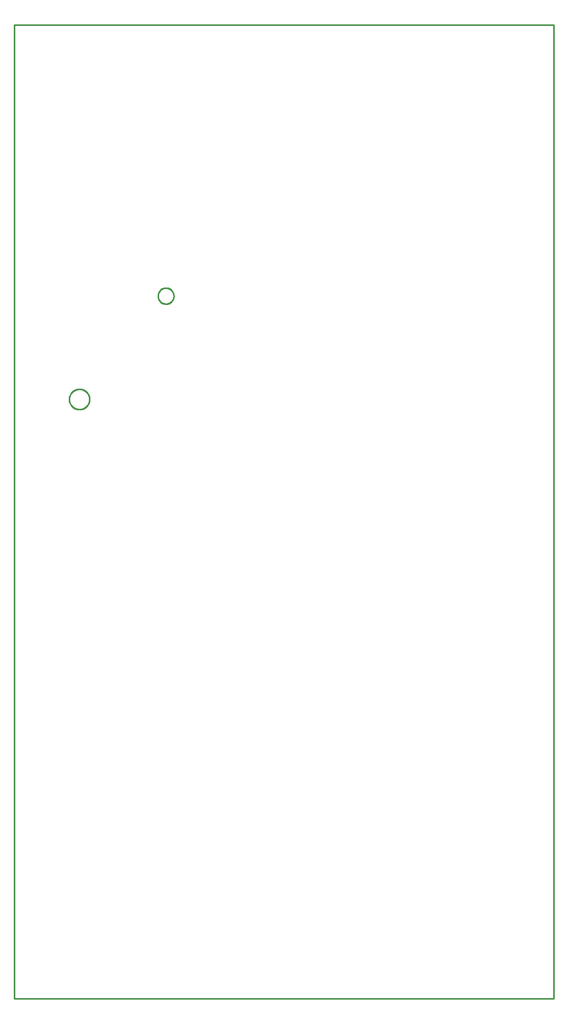
<source format=gbr>
G04 EAGLE Gerber RS-274X export*
G75*
%MOMM*%
%FSLAX34Y34*%
%LPD*%
%IN*%
%IPPOS*%
%AMOC8*
5,1,8,0,0,1.08239X$1,22.5*%
G01*
%ADD10C,0.254000*%


D10*
X2540Y2540D02*
X866394Y2540D01*
X866394Y1559560D01*
X2540Y1559560D01*
X2540Y2540D01*
X257810Y1125991D02*
X257732Y1124996D01*
X257576Y1124010D01*
X257343Y1123040D01*
X257034Y1122091D01*
X256652Y1121169D01*
X256199Y1120280D01*
X255678Y1119429D01*
X255091Y1118621D01*
X254443Y1117863D01*
X253737Y1117157D01*
X252979Y1116509D01*
X252171Y1115922D01*
X251320Y1115401D01*
X250431Y1114948D01*
X249509Y1114566D01*
X248560Y1114257D01*
X247590Y1114024D01*
X246604Y1113868D01*
X245609Y1113790D01*
X244611Y1113790D01*
X243616Y1113868D01*
X242630Y1114024D01*
X241660Y1114257D01*
X240711Y1114566D01*
X239789Y1114948D01*
X238900Y1115401D01*
X238049Y1115922D01*
X237241Y1116509D01*
X236483Y1117157D01*
X235777Y1117863D01*
X235129Y1118621D01*
X234542Y1119429D01*
X234021Y1120280D01*
X233568Y1121169D01*
X233186Y1122091D01*
X232877Y1123040D01*
X232644Y1124010D01*
X232488Y1124996D01*
X232410Y1125991D01*
X232410Y1126989D01*
X232488Y1127984D01*
X232644Y1128970D01*
X232877Y1129940D01*
X233186Y1130889D01*
X233568Y1131811D01*
X234021Y1132700D01*
X234542Y1133551D01*
X235129Y1134359D01*
X235777Y1135117D01*
X236483Y1135823D01*
X237241Y1136471D01*
X238049Y1137058D01*
X238900Y1137579D01*
X239789Y1138032D01*
X240711Y1138414D01*
X241660Y1138723D01*
X242630Y1138956D01*
X243616Y1139112D01*
X244611Y1139190D01*
X245609Y1139190D01*
X246604Y1139112D01*
X247590Y1138956D01*
X248560Y1138723D01*
X249509Y1138414D01*
X250431Y1138032D01*
X251320Y1137579D01*
X252171Y1137058D01*
X252979Y1136471D01*
X253737Y1135823D01*
X254443Y1135117D01*
X255091Y1134359D01*
X255678Y1133551D01*
X256199Y1132700D01*
X256652Y1131811D01*
X257034Y1130889D01*
X257343Y1129940D01*
X257576Y1128970D01*
X257732Y1127984D01*
X257810Y1126989D01*
X257810Y1125991D01*
X122930Y960748D02*
X122860Y959686D01*
X122722Y958632D01*
X122514Y957588D01*
X122239Y956560D01*
X121897Y955553D01*
X121489Y954570D01*
X121019Y953616D01*
X120487Y952694D01*
X119896Y951810D01*
X119248Y950966D01*
X118547Y950166D01*
X117794Y949413D01*
X116994Y948712D01*
X116150Y948064D01*
X115266Y947473D01*
X114344Y946941D01*
X113390Y946471D01*
X112407Y946063D01*
X111400Y945721D01*
X110372Y945446D01*
X109328Y945238D01*
X108274Y945100D01*
X107212Y945030D01*
X106148Y945030D01*
X105086Y945100D01*
X104032Y945238D01*
X102988Y945446D01*
X101960Y945721D01*
X100953Y946063D01*
X99970Y946471D01*
X99016Y946941D01*
X98094Y947473D01*
X97210Y948064D01*
X96366Y948712D01*
X95566Y949413D01*
X94813Y950166D01*
X94112Y950966D01*
X93464Y951810D01*
X92873Y952694D01*
X92341Y953616D01*
X91871Y954570D01*
X91463Y955553D01*
X91121Y956560D01*
X90846Y957588D01*
X90638Y958632D01*
X90500Y959686D01*
X90430Y960748D01*
X90430Y961812D01*
X90500Y962874D01*
X90638Y963928D01*
X90846Y964972D01*
X91121Y966000D01*
X91463Y967007D01*
X91871Y967990D01*
X92341Y968944D01*
X92873Y969866D01*
X93464Y970750D01*
X94112Y971594D01*
X94813Y972394D01*
X95566Y973147D01*
X96366Y973848D01*
X97210Y974496D01*
X98094Y975087D01*
X99016Y975619D01*
X99970Y976089D01*
X100953Y976497D01*
X101960Y976839D01*
X102988Y977114D01*
X104032Y977322D01*
X105086Y977460D01*
X106148Y977530D01*
X107212Y977530D01*
X108274Y977460D01*
X109328Y977322D01*
X110372Y977114D01*
X111400Y976839D01*
X112407Y976497D01*
X113390Y976089D01*
X114344Y975619D01*
X115266Y975087D01*
X116150Y974496D01*
X116994Y973848D01*
X117794Y973147D01*
X118547Y972394D01*
X119248Y971594D01*
X119896Y970750D01*
X120487Y969866D01*
X121019Y968944D01*
X121489Y967990D01*
X121897Y967007D01*
X122239Y966000D01*
X122514Y964972D01*
X122722Y963928D01*
X122860Y962874D01*
X122930Y961812D01*
X122930Y960748D01*
M02*

</source>
